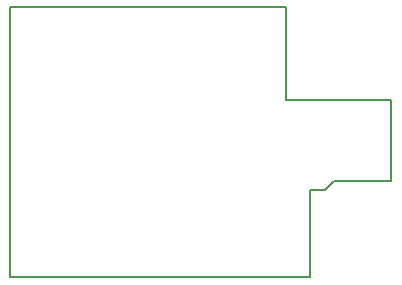
<source format=gbr>
G04 #@! TF.GenerationSoftware,KiCad,Pcbnew,(5.1.7)-1*
G04 #@! TF.CreationDate,2020-11-01T01:37:02-06:00*
G04 #@! TF.ProjectId,MainBoardSplit,4d61696e-426f-4617-9264-53706c69742e,rev?*
G04 #@! TF.SameCoordinates,PX82144b0PY4c0fae0*
G04 #@! TF.FileFunction,Profile,NP*
%FSLAX46Y46*%
G04 Gerber Fmt 4.6, Leading zero omitted, Abs format (unit mm)*
G04 Created by KiCad (PCBNEW (5.1.7)-1) date 2020-11-01 01:37:02*
%MOMM*%
%LPD*%
G01*
G04 APERTURE LIST*
G04 #@! TA.AperFunction,Profile*
%ADD10C,0.150000*%
G04 #@! TD*
G04 APERTURE END LIST*
D10*
X25400000Y7366000D02*
X26670000Y7366000D01*
X32258000Y14986000D02*
X32258000Y8128000D01*
X27432000Y8128000D02*
X32258000Y8128000D01*
X27432000Y8128000D02*
X26670000Y7366000D01*
X23368000Y14986000D02*
X32258000Y14986000D01*
X23368000Y22860000D02*
X23368000Y14986000D01*
X0Y22860000D02*
X23368000Y22860000D01*
X0Y0D02*
X0Y22860000D01*
X25400000Y0D02*
X0Y0D01*
X25400000Y7366000D02*
X25400000Y0D01*
M02*

</source>
